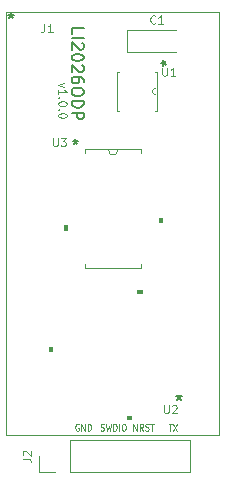
<source format=gto>
G04 #@! TF.GenerationSoftware,KiCad,Pcbnew,5.1.12-84ad8e8a86~92~ubuntu20.04.1*
G04 #@! TF.CreationDate,2022-01-11T07:23:18+09:00*
G04 #@! TF.ProjectId,LI2026ODP,4c493230-3236-44f4-9450-2e6b69636164,rev?*
G04 #@! TF.SameCoordinates,Original*
G04 #@! TF.FileFunction,Legend,Top*
G04 #@! TF.FilePolarity,Positive*
%FSLAX46Y46*%
G04 Gerber Fmt 4.6, Leading zero omitted, Abs format (unit mm)*
G04 Created by KiCad (PCBNEW 5.1.12-84ad8e8a86~92~ubuntu20.04.1) date 2022-01-11 07:23:18*
%MOMM*%
%LPD*%
G01*
G04 APERTURE LIST*
%ADD10C,0.100000*%
%ADD11C,0.150000*%
%ADD12C,0.120000*%
%ADD13C,0.050000*%
G04 APERTURE END LIST*
D10*
X120800000Y-90956000D02*
X120333333Y-91122666D01*
X120800000Y-91289333D01*
X120333333Y-91922666D02*
X120333333Y-91522666D01*
X120333333Y-91722666D02*
X121033333Y-91722666D01*
X120933333Y-91656000D01*
X120866666Y-91589333D01*
X120833333Y-91522666D01*
X120400000Y-92222666D02*
X120366666Y-92256000D01*
X120333333Y-92222666D01*
X120366666Y-92189333D01*
X120400000Y-92222666D01*
X120333333Y-92222666D01*
X121033333Y-92689333D02*
X121033333Y-92756000D01*
X121000000Y-92822666D01*
X120966666Y-92856000D01*
X120900000Y-92889333D01*
X120766666Y-92922666D01*
X120600000Y-92922666D01*
X120466666Y-92889333D01*
X120400000Y-92856000D01*
X120366666Y-92822666D01*
X120333333Y-92756000D01*
X120333333Y-92689333D01*
X120366666Y-92622666D01*
X120400000Y-92589333D01*
X120466666Y-92556000D01*
X120600000Y-92522666D01*
X120766666Y-92522666D01*
X120900000Y-92556000D01*
X120966666Y-92589333D01*
X121000000Y-92622666D01*
X121033333Y-92689333D01*
X120400000Y-93222666D02*
X120366666Y-93256000D01*
X120333333Y-93222666D01*
X120366666Y-93189333D01*
X120400000Y-93222666D01*
X120333333Y-93222666D01*
X121033333Y-93689333D02*
X121033333Y-93756000D01*
X121000000Y-93822666D01*
X120966666Y-93856000D01*
X120900000Y-93889333D01*
X120766666Y-93922666D01*
X120600000Y-93922666D01*
X120466666Y-93889333D01*
X120400000Y-93856000D01*
X120366666Y-93822666D01*
X120333333Y-93756000D01*
X120333333Y-93689333D01*
X120366666Y-93622666D01*
X120400000Y-93589333D01*
X120466666Y-93556000D01*
X120600000Y-93522666D01*
X120766666Y-93522666D01*
X120900000Y-93556000D01*
X120966666Y-93589333D01*
X121000000Y-93622666D01*
X121033333Y-93689333D01*
X129667047Y-119813428D02*
X129952761Y-119813428D01*
X129809904Y-120413428D02*
X129809904Y-119813428D01*
X130071809Y-119813428D02*
X130405142Y-120413428D01*
X130405142Y-119813428D02*
X130071809Y-120413428D01*
X126686571Y-120413428D02*
X126686571Y-119813428D01*
X126972285Y-120413428D01*
X126972285Y-119813428D01*
X127496095Y-120413428D02*
X127329428Y-120127714D01*
X127210380Y-120413428D02*
X127210380Y-119813428D01*
X127400857Y-119813428D01*
X127448476Y-119842000D01*
X127472285Y-119870571D01*
X127496095Y-119927714D01*
X127496095Y-120013428D01*
X127472285Y-120070571D01*
X127448476Y-120099142D01*
X127400857Y-120127714D01*
X127210380Y-120127714D01*
X127686571Y-120384857D02*
X127758000Y-120413428D01*
X127877047Y-120413428D01*
X127924666Y-120384857D01*
X127948476Y-120356285D01*
X127972285Y-120299142D01*
X127972285Y-120242000D01*
X127948476Y-120184857D01*
X127924666Y-120156285D01*
X127877047Y-120127714D01*
X127781809Y-120099142D01*
X127734190Y-120070571D01*
X127710380Y-120042000D01*
X127686571Y-119984857D01*
X127686571Y-119927714D01*
X127710380Y-119870571D01*
X127734190Y-119842000D01*
X127781809Y-119813428D01*
X127900857Y-119813428D01*
X127972285Y-119842000D01*
X128115142Y-119813428D02*
X128400857Y-119813428D01*
X128258000Y-120413428D02*
X128258000Y-119813428D01*
X123908476Y-120384857D02*
X123979904Y-120413428D01*
X124098952Y-120413428D01*
X124146571Y-120384857D01*
X124170380Y-120356285D01*
X124194190Y-120299142D01*
X124194190Y-120242000D01*
X124170380Y-120184857D01*
X124146571Y-120156285D01*
X124098952Y-120127714D01*
X124003714Y-120099142D01*
X123956095Y-120070571D01*
X123932285Y-120042000D01*
X123908476Y-119984857D01*
X123908476Y-119927714D01*
X123932285Y-119870571D01*
X123956095Y-119842000D01*
X124003714Y-119813428D01*
X124122761Y-119813428D01*
X124194190Y-119842000D01*
X124360857Y-119813428D02*
X124479904Y-120413428D01*
X124575142Y-119984857D01*
X124670380Y-120413428D01*
X124789428Y-119813428D01*
X124979904Y-120413428D02*
X124979904Y-119813428D01*
X125098952Y-119813428D01*
X125170380Y-119842000D01*
X125218000Y-119899142D01*
X125241809Y-119956285D01*
X125265619Y-120070571D01*
X125265619Y-120156285D01*
X125241809Y-120270571D01*
X125218000Y-120327714D01*
X125170380Y-120384857D01*
X125098952Y-120413428D01*
X124979904Y-120413428D01*
X125479904Y-120413428D02*
X125479904Y-119813428D01*
X125813238Y-119813428D02*
X125908476Y-119813428D01*
X125956095Y-119842000D01*
X126003714Y-119899142D01*
X126027523Y-120013428D01*
X126027523Y-120213428D01*
X126003714Y-120327714D01*
X125956095Y-120384857D01*
X125908476Y-120413428D01*
X125813238Y-120413428D01*
X125765619Y-120384857D01*
X125718000Y-120327714D01*
X125694190Y-120213428D01*
X125694190Y-120013428D01*
X125718000Y-119899142D01*
X125765619Y-119842000D01*
X125813238Y-119813428D01*
X122047047Y-119842000D02*
X121999428Y-119813428D01*
X121928000Y-119813428D01*
X121856571Y-119842000D01*
X121808952Y-119899142D01*
X121785142Y-119956285D01*
X121761333Y-120070571D01*
X121761333Y-120156285D01*
X121785142Y-120270571D01*
X121808952Y-120327714D01*
X121856571Y-120384857D01*
X121928000Y-120413428D01*
X121975619Y-120413428D01*
X122047047Y-120384857D01*
X122070857Y-120356285D01*
X122070857Y-120156285D01*
X121975619Y-120156285D01*
X122285142Y-120413428D02*
X122285142Y-119813428D01*
X122570857Y-120413428D01*
X122570857Y-119813428D01*
X122808952Y-120413428D02*
X122808952Y-119813428D01*
X122928000Y-119813428D01*
X122999428Y-119842000D01*
X123047047Y-119899142D01*
X123070857Y-119956285D01*
X123094666Y-120070571D01*
X123094666Y-120156285D01*
X123070857Y-120270571D01*
X123047047Y-120327714D01*
X122999428Y-120384857D01*
X122928000Y-120413428D01*
X122808952Y-120413428D01*
D11*
X121467619Y-86812857D02*
X121467619Y-86336666D01*
X122467619Y-86336666D01*
X121467619Y-87146190D02*
X122467619Y-87146190D01*
X122372380Y-87574761D02*
X122420000Y-87622380D01*
X122467619Y-87717619D01*
X122467619Y-87955714D01*
X122420000Y-88050952D01*
X122372380Y-88098571D01*
X122277142Y-88146190D01*
X122181904Y-88146190D01*
X122039047Y-88098571D01*
X121467619Y-87527142D01*
X121467619Y-88146190D01*
X122467619Y-88765238D02*
X122467619Y-88860476D01*
X122420000Y-88955714D01*
X122372380Y-89003333D01*
X122277142Y-89050952D01*
X122086666Y-89098571D01*
X121848571Y-89098571D01*
X121658095Y-89050952D01*
X121562857Y-89003333D01*
X121515238Y-88955714D01*
X121467619Y-88860476D01*
X121467619Y-88765238D01*
X121515238Y-88670000D01*
X121562857Y-88622380D01*
X121658095Y-88574761D01*
X121848571Y-88527142D01*
X122086666Y-88527142D01*
X122277142Y-88574761D01*
X122372380Y-88622380D01*
X122420000Y-88670000D01*
X122467619Y-88765238D01*
X122372380Y-89479523D02*
X122420000Y-89527142D01*
X122467619Y-89622380D01*
X122467619Y-89860476D01*
X122420000Y-89955714D01*
X122372380Y-90003333D01*
X122277142Y-90050952D01*
X122181904Y-90050952D01*
X122039047Y-90003333D01*
X121467619Y-89431904D01*
X121467619Y-90050952D01*
X122467619Y-90908095D02*
X122467619Y-90717619D01*
X122420000Y-90622380D01*
X122372380Y-90574761D01*
X122229523Y-90479523D01*
X122039047Y-90431904D01*
X121658095Y-90431904D01*
X121562857Y-90479523D01*
X121515238Y-90527142D01*
X121467619Y-90622380D01*
X121467619Y-90812857D01*
X121515238Y-90908095D01*
X121562857Y-90955714D01*
X121658095Y-91003333D01*
X121896190Y-91003333D01*
X121991428Y-90955714D01*
X122039047Y-90908095D01*
X122086666Y-90812857D01*
X122086666Y-90622380D01*
X122039047Y-90527142D01*
X121991428Y-90479523D01*
X121896190Y-90431904D01*
X122467619Y-91622380D02*
X122467619Y-91812857D01*
X122420000Y-91908095D01*
X122324761Y-92003333D01*
X122134285Y-92050952D01*
X121800952Y-92050952D01*
X121610476Y-92003333D01*
X121515238Y-91908095D01*
X121467619Y-91812857D01*
X121467619Y-91622380D01*
X121515238Y-91527142D01*
X121610476Y-91431904D01*
X121800952Y-91384285D01*
X122134285Y-91384285D01*
X122324761Y-91431904D01*
X122420000Y-91527142D01*
X122467619Y-91622380D01*
X121467619Y-92479523D02*
X122467619Y-92479523D01*
X122467619Y-92717619D01*
X122420000Y-92860476D01*
X122324761Y-92955714D01*
X122229523Y-93003333D01*
X122039047Y-93050952D01*
X121896190Y-93050952D01*
X121705714Y-93003333D01*
X121610476Y-92955714D01*
X121515238Y-92860476D01*
X121467619Y-92717619D01*
X121467619Y-92479523D01*
X121467619Y-93479523D02*
X122467619Y-93479523D01*
X122467619Y-93860476D01*
X122420000Y-93955714D01*
X122372380Y-94003333D01*
X122277142Y-94050952D01*
X122134285Y-94050952D01*
X122039047Y-94003333D01*
X121991428Y-93955714D01*
X121943809Y-93860476D01*
X121943809Y-93479523D01*
D12*
G04 #@! TO.C,C1*
X130251000Y-86441000D02*
X126166000Y-86441000D01*
X126166000Y-86441000D02*
X126166000Y-88311000D01*
X126166000Y-88311000D02*
X130251000Y-88311000D01*
G04 #@! TO.C,J2*
X118685000Y-123885000D02*
X118685000Y-122555000D01*
X120015000Y-123885000D02*
X118685000Y-123885000D01*
X121285000Y-123885000D02*
X121285000Y-121225000D01*
X121285000Y-121225000D02*
X131505000Y-121225000D01*
X121285000Y-123885000D02*
X131505000Y-123885000D01*
X131505000Y-123885000D02*
X131505000Y-121225000D01*
G04 #@! TO.C,J1*
X115903000Y-84963000D02*
X115903000Y-120777000D01*
X133937000Y-84963000D02*
X115903000Y-84963000D01*
X133937000Y-120777000D02*
X133937000Y-84963000D01*
X115903000Y-120777000D02*
X133937000Y-120777000D01*
G04 #@! TO.C,U1*
X128676400Y-90017600D02*
X128523639Y-90017600D01*
X125323600Y-90017600D02*
X125323600Y-93370400D01*
X125323600Y-93370400D02*
X125476361Y-93370400D01*
X128676400Y-93370400D02*
X128676400Y-90017600D01*
X125476361Y-90017600D02*
X125323600Y-90017600D01*
X128523639Y-93370400D02*
X128676400Y-93370400D01*
D13*
X128549400Y-91952233D02*
G75*
G02*
X128549400Y-91435767I0J258233D01*
G01*
D12*
G04 #@! TO.C,U3*
X122593100Y-106629200D02*
X127342900Y-106629200D01*
X127342900Y-106629200D02*
X127342900Y-106335540D01*
X127342900Y-96570800D02*
X122593100Y-96570800D01*
X122593100Y-96570800D02*
X122593100Y-96864460D01*
X122593100Y-106335538D02*
X122593100Y-106629200D01*
X127342900Y-96864460D02*
X127342900Y-96570800D01*
D10*
G36*
X120827800Y-103034498D02*
G01*
X120827800Y-103415498D01*
X121081800Y-103415498D01*
X121081800Y-103034498D01*
X120827800Y-103034498D01*
G37*
X120827800Y-103034498D02*
X120827800Y-103415498D01*
X121081800Y-103415498D01*
X121081800Y-103034498D01*
X120827800Y-103034498D01*
G36*
X129108200Y-102384499D02*
G01*
X129108200Y-102765499D01*
X128854200Y-102765499D01*
X128854200Y-102384499D01*
X129108200Y-102384499D01*
G37*
X129108200Y-102384499D02*
X129108200Y-102765499D01*
X128854200Y-102765499D01*
X128854200Y-102384499D01*
X129108200Y-102384499D01*
D13*
X125342650Y-96697800D02*
G75*
G02*
X124593350Y-96697800I-374650J0D01*
G01*
D10*
G04 #@! TO.C,U2*
G36*
X126492000Y-119162000D02*
G01*
X126492000Y-119416000D01*
X126111000Y-119416000D01*
X126111000Y-119162000D01*
X126492000Y-119162000D01*
G37*
X126492000Y-119162000D02*
X126492000Y-119416000D01*
X126111000Y-119416000D01*
X126111000Y-119162000D01*
X126492000Y-119162000D01*
G36*
X119507000Y-113701000D02*
G01*
X119507000Y-113320000D01*
X119761000Y-113320000D01*
X119761000Y-113701000D01*
X119507000Y-113701000D01*
G37*
X119507000Y-113701000D02*
X119507000Y-113320000D01*
X119761000Y-113320000D01*
X119761000Y-113701000D01*
X119507000Y-113701000D01*
G36*
X127381000Y-108748000D02*
G01*
X127381000Y-108494000D01*
X127000000Y-108494000D01*
X127000000Y-108748000D01*
X127381000Y-108748000D01*
G37*
X127381000Y-108748000D02*
X127381000Y-108494000D01*
X127000000Y-108494000D01*
X127000000Y-108748000D01*
X127381000Y-108748000D01*
G04 #@! TO.C,C1*
X128534333Y-85876000D02*
X128501000Y-85909333D01*
X128401000Y-85942666D01*
X128334333Y-85942666D01*
X128234333Y-85909333D01*
X128167666Y-85842666D01*
X128134333Y-85776000D01*
X128101000Y-85642666D01*
X128101000Y-85542666D01*
X128134333Y-85409333D01*
X128167666Y-85342666D01*
X128234333Y-85276000D01*
X128334333Y-85242666D01*
X128401000Y-85242666D01*
X128501000Y-85276000D01*
X128534333Y-85309333D01*
X129201000Y-85942666D02*
X128801000Y-85942666D01*
X129001000Y-85942666D02*
X129001000Y-85242666D01*
X128934333Y-85342666D01*
X128867666Y-85409333D01*
X128801000Y-85442666D01*
G04 #@! TO.C,J2*
X117301666Y-122788333D02*
X117801666Y-122788333D01*
X117901666Y-122821666D01*
X117968333Y-122888333D01*
X118001666Y-122988333D01*
X118001666Y-123055000D01*
X117368333Y-122488333D02*
X117335000Y-122455000D01*
X117301666Y-122388333D01*
X117301666Y-122221666D01*
X117335000Y-122155000D01*
X117368333Y-122121666D01*
X117435000Y-122088333D01*
X117501666Y-122088333D01*
X117601666Y-122121666D01*
X118001666Y-122521666D01*
X118001666Y-122088333D01*
G04 #@! TO.C,J1*
X119146666Y-85976666D02*
X119146666Y-86476666D01*
X119113333Y-86576666D01*
X119046666Y-86643333D01*
X118946666Y-86676666D01*
X118880000Y-86676666D01*
X119846666Y-86676666D02*
X119446666Y-86676666D01*
X119646666Y-86676666D02*
X119646666Y-85976666D01*
X119580000Y-86076666D01*
X119513333Y-86143333D01*
X119446666Y-86176666D01*
D11*
X116332000Y-85050380D02*
X116332000Y-85288476D01*
X116093904Y-85193238D02*
X116332000Y-85288476D01*
X116570095Y-85193238D01*
X116189142Y-85478952D02*
X116332000Y-85288476D01*
X116474857Y-85478952D01*
G04 #@! TO.C,U1*
D10*
X129133666Y-89659666D02*
X129133666Y-90226333D01*
X129167000Y-90293000D01*
X129200333Y-90326333D01*
X129267000Y-90359666D01*
X129400333Y-90359666D01*
X129467000Y-90326333D01*
X129500333Y-90293000D01*
X129533666Y-90226333D01*
X129533666Y-89659666D01*
X130233666Y-90359666D02*
X129833666Y-90359666D01*
X130033666Y-90359666D02*
X130033666Y-89659666D01*
X129967000Y-89759666D01*
X129900333Y-89826333D01*
X129833666Y-89859666D01*
D11*
X129040280Y-89268300D02*
X129278376Y-89268300D01*
X129183138Y-89506395D02*
X129278376Y-89268300D01*
X129183138Y-89030204D01*
X129468852Y-89411157D02*
X129278376Y-89268300D01*
X129468852Y-89125442D01*
X129040280Y-89268300D02*
X129278376Y-89268300D01*
X129183138Y-89506395D02*
X129278376Y-89268300D01*
X129183138Y-89030204D01*
X129468852Y-89411157D02*
X129278376Y-89268300D01*
X129468852Y-89125442D01*
G04 #@! TO.C,U3*
D10*
X119862666Y-95628666D02*
X119862666Y-96195333D01*
X119896000Y-96262000D01*
X119929333Y-96295333D01*
X119996000Y-96328666D01*
X120129333Y-96328666D01*
X120196000Y-96295333D01*
X120229333Y-96262000D01*
X120262666Y-96195333D01*
X120262666Y-95628666D01*
X120529333Y-95628666D02*
X120962666Y-95628666D01*
X120729333Y-95895333D01*
X120829333Y-95895333D01*
X120896000Y-95928666D01*
X120929333Y-95962000D01*
X120962666Y-96028666D01*
X120962666Y-96195333D01*
X120929333Y-96262000D01*
X120896000Y-96295333D01*
X120829333Y-96328666D01*
X120629333Y-96328666D01*
X120562666Y-96295333D01*
X120529333Y-96262000D01*
D11*
X121773950Y-95718380D02*
X121773950Y-95956476D01*
X121535854Y-95861238D02*
X121773950Y-95956476D01*
X122012045Y-95861238D01*
X121631092Y-96146952D02*
X121773950Y-95956476D01*
X121916807Y-96146952D01*
G04 #@! TO.C,U2*
D10*
X129260666Y-118234666D02*
X129260666Y-118801333D01*
X129294000Y-118868000D01*
X129327333Y-118901333D01*
X129394000Y-118934666D01*
X129527333Y-118934666D01*
X129594000Y-118901333D01*
X129627333Y-118868000D01*
X129660666Y-118801333D01*
X129660666Y-118234666D01*
X129960666Y-118301333D02*
X129994000Y-118268000D01*
X130060666Y-118234666D01*
X130227333Y-118234666D01*
X130294000Y-118268000D01*
X130327333Y-118301333D01*
X130360666Y-118368000D01*
X130360666Y-118434666D01*
X130327333Y-118534666D01*
X129927333Y-118934666D01*
X130360666Y-118934666D01*
D11*
X130556000Y-117344380D02*
X130556000Y-117582476D01*
X130317904Y-117487238D02*
X130556000Y-117582476D01*
X130794095Y-117487238D01*
X130413142Y-117772952D02*
X130556000Y-117582476D01*
X130698857Y-117772952D01*
X130556000Y-117344380D02*
X130556000Y-117582476D01*
X130317904Y-117487238D02*
X130556000Y-117582476D01*
X130794095Y-117487238D01*
X130413142Y-117772952D02*
X130556000Y-117582476D01*
X130698857Y-117772952D01*
G04 #@! TD*
M02*

</source>
